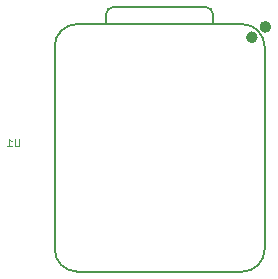
<source format=gbr>
%TF.GenerationSoftware,KiCad,Pcbnew,9.0.7*%
%TF.CreationDate,2026-01-16T03:08:10+02:00*%
%TF.ProjectId,HackPad,4861636b-5061-4642-9e6b-696361645f70,rev?*%
%TF.SameCoordinates,Original*%
%TF.FileFunction,Legend,Bot*%
%TF.FilePolarity,Positive*%
%FSLAX46Y46*%
G04 Gerber Fmt 4.6, Leading zero omitted, Abs format (unit mm)*
G04 Created by KiCad (PCBNEW 9.0.7) date 2026-01-16 03:08:10*
%MOMM*%
%LPD*%
G01*
G04 APERTURE LIST*
%ADD10C,0.101600*%
%ADD11C,0.127000*%
%ADD12C,0.100000*%
%ADD13C,0.504000*%
G04 APERTURE END LIST*
D10*
X89923809Y-86313479D02*
X89923809Y-86827526D01*
X89923809Y-86827526D02*
X89893571Y-86888002D01*
X89893571Y-86888002D02*
X89863333Y-86918241D01*
X89863333Y-86918241D02*
X89802857Y-86948479D01*
X89802857Y-86948479D02*
X89681904Y-86948479D01*
X89681904Y-86948479D02*
X89621428Y-86918241D01*
X89621428Y-86918241D02*
X89591190Y-86888002D01*
X89591190Y-86888002D02*
X89560952Y-86827526D01*
X89560952Y-86827526D02*
X89560952Y-86313479D01*
X88925952Y-86948479D02*
X89288809Y-86948479D01*
X89107381Y-86948479D02*
X89107381Y-86313479D01*
X89107381Y-86313479D02*
X89167857Y-86404193D01*
X89167857Y-86404193D02*
X89228333Y-86464669D01*
X89228333Y-86464669D02*
X89288809Y-86494907D01*
D11*
%TO.C,U1*%
X110720000Y-95647500D02*
X110720000Y-78502500D01*
X108815000Y-97552500D02*
X94845000Y-97552500D01*
X106325000Y-76597500D02*
X106321272Y-75687228D01*
X105821272Y-75187500D02*
X97826000Y-75187500D01*
X97326000Y-75687500D02*
X97326000Y-76597500D01*
D12*
X94845000Y-76597500D02*
X108815000Y-76597500D01*
D11*
X94845000Y-76597500D02*
X108815000Y-76597500D01*
X92940000Y-95647500D02*
X92940000Y-78502500D01*
X108815000Y-76597500D02*
G75*
G02*
X110720000Y-78502500I-1J-1905001D01*
G01*
X110720000Y-95647500D02*
G75*
G02*
X108815000Y-97552500I-1905001J1D01*
G01*
X105821272Y-75187500D02*
G75*
G02*
X106321273Y-75687228I-18J-500019D01*
G01*
X97326000Y-75687500D02*
G75*
G02*
X97826000Y-75187500I500000J0D01*
G01*
X92940000Y-78502500D02*
G75*
G02*
X94845000Y-76597500I1905000J0D01*
G01*
X94845000Y-97552500D02*
G75*
G02*
X92940000Y-95647500I0J1905000D01*
G01*
D13*
X111032000Y-76838500D02*
G75*
G02*
X110528000Y-76838500I-252000J0D01*
G01*
X110528000Y-76838500D02*
G75*
G02*
X111032000Y-76838500I252000J0D01*
G01*
X109889000Y-77718500D02*
G75*
G02*
X109385000Y-77718500I-252000J0D01*
G01*
X109385000Y-77718500D02*
G75*
G02*
X109889000Y-77718500I252000J0D01*
G01*
%TD*%
M02*

</source>
